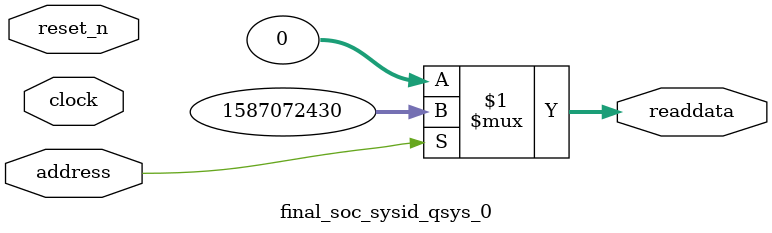
<source format=v>



// synthesis translate_off
`timescale 1ns / 1ps
// synthesis translate_on

// turn off superfluous verilog processor warnings 
// altera message_level Level1 
// altera message_off 10034 10035 10036 10037 10230 10240 10030 

module final_soc_sysid_qsys_0 (
               // inputs:
                address,
                clock,
                reset_n,

               // outputs:
                readdata
             )
;

  output  [ 31: 0] readdata;
  input            address;
  input            clock;
  input            reset_n;

  wire    [ 31: 0] readdata;
  //control_slave, which is an e_avalon_slave
  assign readdata = address ? 1587072430 : 0;

endmodule



</source>
